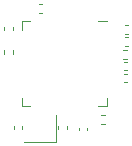
<source format=gbr>
%TF.GenerationSoftware,KiCad,Pcbnew,7.0.6*%
%TF.CreationDate,2024-02-16T19:59:29+01:00*%
%TF.ProjectId,minitari,6d696e69-7461-4726-992e-6b696361645f,rev?*%
%TF.SameCoordinates,Original*%
%TF.FileFunction,Legend,Bot*%
%TF.FilePolarity,Positive*%
%FSLAX46Y46*%
G04 Gerber Fmt 4.6, Leading zero omitted, Abs format (unit mm)*
G04 Created by KiCad (PCBNEW 7.0.6) date 2024-02-16 19:59:29*
%MOMM*%
%LPD*%
G01*
G04 APERTURE LIST*
%ADD10C,0.120000*%
G04 APERTURE END LIST*
D10*
%TO.C,R4*%
X114220000Y-68553641D02*
X114220000Y-68246359D01*
X114980000Y-68553641D02*
X114980000Y-68246359D01*
%TO.C,C4*%
X117192164Y-66340000D02*
X117407836Y-66340000D01*
X117192164Y-67060000D02*
X117407836Y-67060000D01*
%TO.C,R2*%
X124446359Y-69120000D02*
X124753641Y-69120000D01*
X124446359Y-69880000D02*
X124753641Y-69880000D01*
%TO.C,C3*%
X124607836Y-71960000D02*
X124392164Y-71960000D01*
X124607836Y-71240000D02*
X124392164Y-71240000D01*
%TO.C,C7*%
X124607836Y-72960000D02*
X124392164Y-72960000D01*
X124607836Y-72240000D02*
X124392164Y-72240000D01*
%TO.C,C6*%
X124492164Y-68140000D02*
X124707836Y-68140000D01*
X124492164Y-68860000D02*
X124707836Y-68860000D01*
%TO.C,R5*%
X114980000Y-70246359D02*
X114980000Y-70553641D01*
X114220000Y-70246359D02*
X114220000Y-70553641D01*
%TO.C,R1*%
X124653641Y-70980000D02*
X124346359Y-70980000D01*
X124653641Y-70220000D02*
X124346359Y-70220000D01*
%TO.C,U1*%
X122952976Y-75010000D02*
X122952976Y-74285000D01*
X122227976Y-75010000D02*
X122952976Y-75010000D01*
X122227976Y-67790000D02*
X122952976Y-67790000D01*
X116457976Y-75010000D02*
X115732976Y-75010000D01*
X116457976Y-67790000D02*
X115732976Y-67790000D01*
X115732976Y-75010000D02*
X115732976Y-74285000D01*
X115732976Y-67790000D02*
X115732976Y-68515000D01*
%TO.C,C2*%
X119560000Y-76692164D02*
X119560000Y-76907836D01*
X118840000Y-76692164D02*
X118840000Y-76907836D01*
%TO.C,C1*%
X115040000Y-76907836D02*
X115040000Y-76692164D01*
X115760000Y-76907836D02*
X115760000Y-76692164D01*
%TO.C,C8*%
X120540000Y-77007836D02*
X120540000Y-76792164D01*
X121260000Y-77007836D02*
X121260000Y-76792164D01*
%TO.C,Y1*%
X118650000Y-78000000D02*
X115950000Y-78000000D01*
X118650000Y-75700000D02*
X118650000Y-78000000D01*
%TO.C,R3*%
X122753641Y-76480000D02*
X122446359Y-76480000D01*
X122753641Y-75720000D02*
X122446359Y-75720000D01*
%TD*%
M02*

</source>
